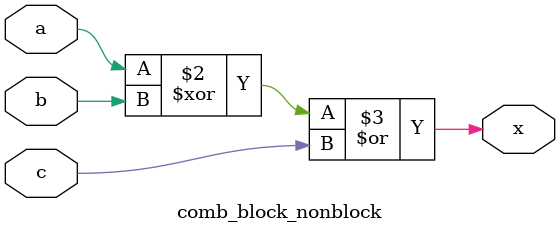
<source format=v>
`timescale 1ns / 1ps


module comb_block_nonblock(
    input a,
    input b,
    input c,
    output reg x
    );
    
    always@(a, b, c) //procedural assignment
    begin
        x = (a ^ b) | c; //don't reassign x, avoid it and write code like this
    end //when end is reached then it assigns x
endmodule

</source>
